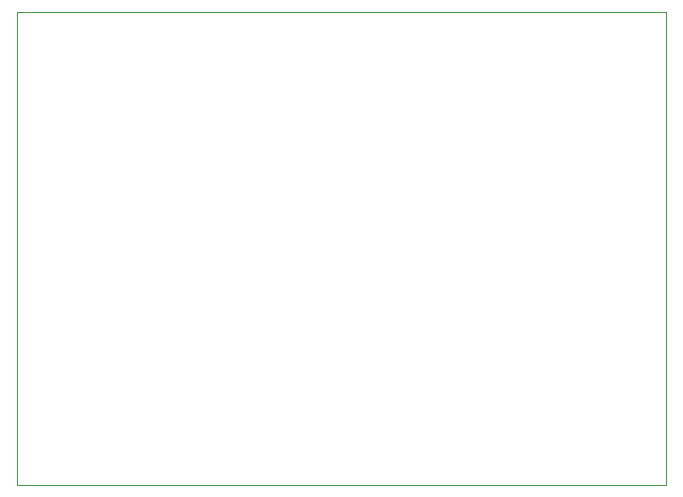
<source format=gko>
G04 #@! TF.FileFunction,Profile,NP*
%FSLAX46Y46*%
G04 Gerber Fmt 4.6, Leading zero omitted, Abs format (unit mm)*
G04 Created by KiCad (PCBNEW (2014-11-17 BZR 5289)-product) date Wed 28 Oct 2015 08:14:00 PM EDT*
%MOMM*%
G01*
G04 APERTURE LIST*
%ADD10C,0.100000*%
G04 APERTURE END LIST*
D10*
X97000000Y-90000000D02*
X152000000Y-90000000D01*
X152000000Y-50000000D02*
X97000000Y-50000000D01*
X97000000Y-90000000D02*
X97000000Y-50000000D01*
X152000000Y-50000000D02*
X152000000Y-90000000D01*
M02*

</source>
